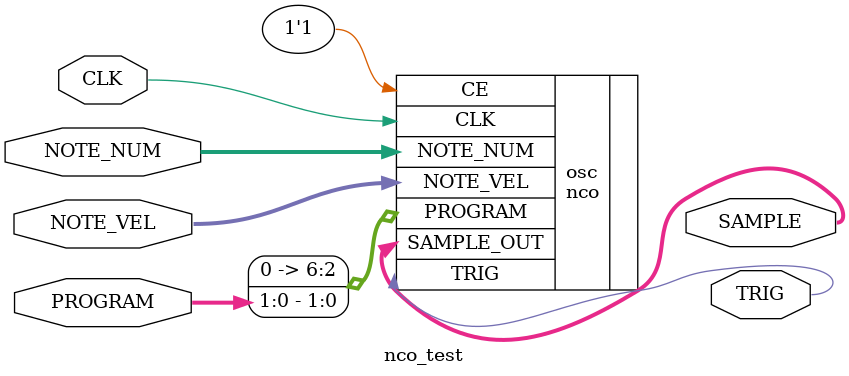
<source format=v>
module nco_test (
    input CLK,
    input [6:0] NOTE_NUM,
    input [6:0] NOTE_VEL,
    input [1:0] PROGRAM,
    output [7:0] SAMPLE,
    output TRIG
);

nco osc (
    .CLK(CLK),
    .CE(1'd1),
    .NOTE_NUM(NOTE_NUM),
    .NOTE_VEL(NOTE_VEL),
    .PROGRAM({5'd0, PROGRAM}),
    .SAMPLE_OUT(SAMPLE),
    .TRIG(TRIG)
);


endmodule
</source>
